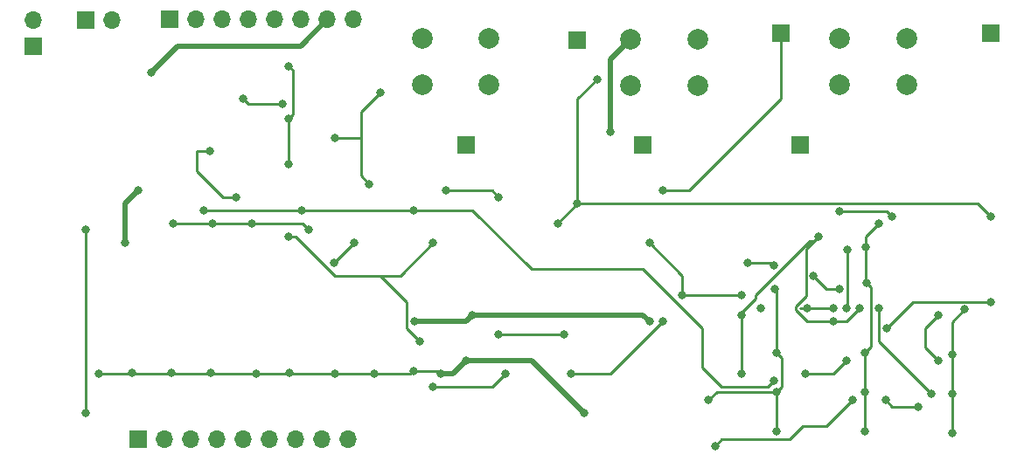
<source format=gbr>
G04 #@! TF.GenerationSoftware,KiCad,Pcbnew,(5.1.5)-3*
G04 #@! TF.CreationDate,2020-02-26T16:32:23+01:00*
G04 #@! TF.ProjectId,Testingboard,54657374-696e-4676-926f-6172642e6b69,rev?*
G04 #@! TF.SameCoordinates,Original*
G04 #@! TF.FileFunction,Copper,L2,Bot*
G04 #@! TF.FilePolarity,Positive*
%FSLAX46Y46*%
G04 Gerber Fmt 4.6, Leading zero omitted, Abs format (unit mm)*
G04 Created by KiCad (PCBNEW (5.1.5)-3) date 2020-02-26 16:32:23*
%MOMM*%
%LPD*%
G04 APERTURE LIST*
%ADD10R,1.700000X1.700000*%
%ADD11O,1.700000X1.700000*%
%ADD12C,2.000000*%
%ADD13C,0.800000*%
%ADD14C,0.250000*%
%ADD15C,0.500000*%
G04 APERTURE END LIST*
D10*
X103425001Y-40564999D03*
D11*
X105965001Y-40564999D03*
X108505001Y-40564999D03*
X111045001Y-40564999D03*
X113585001Y-40564999D03*
X116125001Y-40564999D03*
X118665001Y-40564999D03*
X121205001Y-40564999D03*
X90170000Y-40640000D03*
D10*
X90170000Y-43180000D03*
X95250000Y-40640000D03*
D11*
X97790000Y-40640000D03*
D10*
X100330000Y-81280000D03*
D11*
X102870000Y-81280000D03*
X105410000Y-81280000D03*
X107950000Y-81280000D03*
X110490000Y-81280000D03*
X113030000Y-81280000D03*
X115570000Y-81280000D03*
X118110000Y-81280000D03*
X120650000Y-81280000D03*
D12*
X127830001Y-46925001D03*
X127830001Y-42425001D03*
X134330001Y-46925001D03*
X134330001Y-42425001D03*
X154510001Y-42450001D03*
X154510001Y-46950001D03*
X148010001Y-42450001D03*
X148010001Y-46950001D03*
X168265001Y-46890001D03*
X168265001Y-42390001D03*
X174765001Y-46890001D03*
X174765001Y-42390001D03*
D10*
X149225000Y-52705000D03*
X164465000Y-52705000D03*
X142875000Y-42545000D03*
X162560000Y-41910000D03*
X132080000Y-52705000D03*
X182880000Y-41910000D03*
D13*
X179120002Y-76835000D03*
X179120002Y-80645000D03*
X179120002Y-73025000D03*
X107565001Y-60350003D03*
X103755001Y-60350003D03*
X111375001Y-60350003D03*
X162175003Y-76699999D03*
X162175003Y-80509999D03*
X162175003Y-72889999D03*
X170690003Y-76729999D03*
X170690003Y-80539999D03*
X170690003Y-72919999D03*
X170775003Y-62669999D03*
X114935000Y-50165000D03*
X114935000Y-54610000D03*
X114935000Y-45085000D03*
X155575000Y-77470000D03*
X161975002Y-66675000D03*
X101600000Y-45720000D03*
X116840000Y-60960000D03*
X95250000Y-78740000D03*
X95250000Y-60960000D03*
X172085000Y-60325000D03*
X146050000Y-51435000D03*
X149860000Y-69850000D03*
X132715000Y-69215000D03*
X127090010Y-69850000D03*
X180340000Y-68670010D03*
X170889255Y-66134981D03*
X96520000Y-74930000D03*
X123190000Y-74930000D03*
X119380000Y-74930000D03*
X114975336Y-74851903D03*
X111760000Y-74930000D03*
X107355336Y-74851903D03*
X103545336Y-74851903D03*
X99735336Y-74851903D03*
X167640000Y-69850000D03*
X166193141Y-61642182D03*
X170180000Y-68580000D03*
X158750000Y-74930000D03*
X158750000Y-69215000D03*
X126967458Y-74660958D03*
X99060000Y-62230000D03*
X100330000Y-57150000D03*
X132080000Y-73660000D03*
X143510000Y-78740000D03*
X129630010Y-74930000D03*
X119329998Y-64135000D03*
X121285000Y-62230000D03*
X168275000Y-66675000D03*
X165735000Y-65405000D03*
X159385000Y-64135000D03*
X161925000Y-64405000D03*
X110490000Y-48260000D03*
X114345341Y-48736214D03*
X119380000Y-52070000D03*
X123825000Y-47625000D03*
X122707500Y-56515000D03*
X130175000Y-57150000D03*
X135255000Y-57785000D03*
X140970000Y-60325000D03*
X142875000Y-58420000D03*
X144780000Y-46355000D03*
X182880000Y-59690000D03*
X141605000Y-71120000D03*
X135255000Y-71120000D03*
X168910000Y-73660000D03*
X164938924Y-74948514D03*
X116205000Y-59055000D03*
X106680000Y-59055000D03*
X127000000Y-59055000D03*
X161925000Y-75565000D03*
X182880000Y-67945000D03*
X172810010Y-70485000D03*
X109855000Y-57785000D03*
X107315000Y-53289998D03*
X114935000Y-61595000D03*
X128905000Y-62230000D03*
X135890000Y-74930000D03*
X128905000Y-76200000D03*
X127635000Y-71755000D03*
X149860000Y-62230000D03*
X153035000Y-67310000D03*
X151130000Y-69850000D03*
X142240000Y-74930000D03*
X151130000Y-57150000D03*
X177165000Y-76835000D03*
X172085000Y-68580000D03*
X167640000Y-68580000D03*
X165100000Y-68580000D03*
X160655000Y-68580000D03*
X158750000Y-67310000D03*
X169545000Y-77470000D03*
X156210000Y-81915000D03*
X172720000Y-77470000D03*
X175900012Y-78105000D03*
X177800000Y-69215000D03*
X177800000Y-73660000D03*
X173355000Y-59690000D03*
X168275000Y-59145010D03*
X169035033Y-62865000D03*
X168910000Y-68580000D03*
D14*
X179120002Y-76835000D02*
X179120002Y-80645000D01*
X179120002Y-73025000D02*
X179120002Y-76835000D01*
X107565001Y-60350003D02*
X103755001Y-60350003D01*
X111375001Y-60350003D02*
X107565001Y-60350003D01*
X162175003Y-76699999D02*
X162175003Y-80509999D01*
X170690003Y-76729999D02*
X170690003Y-80539999D01*
X170690003Y-72919999D02*
X170690003Y-76729999D01*
X114935000Y-50165000D02*
X114935000Y-54610000D01*
X115334999Y-49765001D02*
X115334999Y-45484999D01*
X114935000Y-50165000D02*
X115334999Y-49765001D01*
X115334999Y-45484999D02*
X114935000Y-45085000D01*
X156345001Y-76699999D02*
X162175003Y-76699999D01*
X155575000Y-77470000D02*
X156345001Y-76699999D01*
X162175003Y-72889999D02*
X162175003Y-68597564D01*
X162175003Y-68597564D02*
X162175003Y-66875001D01*
X162175003Y-66875001D02*
X161975002Y-66675000D01*
D15*
X101600000Y-45720000D02*
X104140000Y-43180000D01*
X116050000Y-43180000D02*
X118665001Y-40564999D01*
X104140000Y-43180000D02*
X116050000Y-43180000D01*
D14*
X111375001Y-60350003D02*
X116230003Y-60350003D01*
X116230003Y-60350003D02*
X116840000Y-60960000D01*
X95250000Y-78740000D02*
X95250000Y-60960000D01*
X170775003Y-61634997D02*
X170775003Y-62190003D01*
X172085000Y-60325000D02*
X170775003Y-61634997D01*
X170775003Y-62190003D02*
X170775003Y-62669999D01*
D15*
X146050000Y-44410002D02*
X148010001Y-42450001D01*
X146050000Y-51435000D02*
X146050000Y-44410002D01*
X149860000Y-69850000D02*
X149225000Y-69215000D01*
X149225000Y-69215000D02*
X132715000Y-69215000D01*
D14*
X162650002Y-73364998D02*
X162650002Y-76225000D01*
X162575002Y-76300000D02*
X162175003Y-76699999D01*
X162650002Y-76225000D02*
X162575002Y-76300000D01*
X162175003Y-72889999D02*
X162650002Y-73364998D01*
D15*
X132080000Y-69850000D02*
X127090010Y-69850000D01*
X132715000Y-69215000D02*
X132080000Y-69850000D01*
D14*
X179120002Y-73025000D02*
X179120002Y-69890008D01*
X179120002Y-69890008D02*
X180340000Y-68670010D01*
X171289254Y-66534980D02*
X170889255Y-66134981D01*
X171289254Y-72320748D02*
X171289254Y-66534980D01*
X170775003Y-66020729D02*
X170889255Y-66134981D01*
X170690003Y-72919999D02*
X171289254Y-72320748D01*
X170775003Y-62669999D02*
X170775003Y-66020729D01*
X119380000Y-74930000D02*
X123190000Y-74930000D01*
X96520000Y-74930000D02*
X119380000Y-74930000D01*
X168910000Y-69850000D02*
X170180000Y-68580000D01*
X167640000Y-69850000D02*
X168910000Y-69850000D01*
X165793142Y-62042181D02*
X166193141Y-61642182D01*
X123190000Y-74930000D02*
X126698416Y-74930000D01*
X126698416Y-74930000D02*
X126967458Y-74660958D01*
D15*
X99060000Y-62230000D02*
X99060000Y-58420000D01*
X99060000Y-58420000D02*
X100330000Y-57150000D01*
X132080000Y-73660000D02*
X138430000Y-73660000D01*
X138430000Y-73660000D02*
X143510000Y-78740000D01*
D14*
X129360968Y-74660958D02*
X129630010Y-74930000D01*
X126967458Y-74660958D02*
X129360968Y-74660958D01*
D15*
X130810000Y-74930000D02*
X129630010Y-74930000D01*
X132080000Y-73660000D02*
X130810000Y-74930000D01*
D14*
X165009998Y-67398591D02*
X165009998Y-62825325D01*
X165009998Y-62825325D02*
X165793142Y-62042181D01*
X164014989Y-68766400D02*
X164014989Y-68393600D01*
X165098589Y-69850000D02*
X164014989Y-68766400D01*
X167640000Y-69850000D02*
X165098589Y-69850000D01*
X164014989Y-68393600D02*
X165009998Y-67398591D01*
X158750000Y-74930000D02*
X158750000Y-69018002D01*
X160110001Y-67293003D02*
X165360823Y-62042181D01*
X160110001Y-67658001D02*
X160110001Y-67293003D01*
X165360823Y-62042181D02*
X165793142Y-62042181D01*
X158750000Y-69018002D02*
X160110001Y-67658001D01*
X119329998Y-64135000D02*
X121234998Y-62230000D01*
X121234998Y-62230000D02*
X121285000Y-62230000D01*
X167005000Y-66675000D02*
X165735000Y-65405000D01*
X168275000Y-66675000D02*
X167005000Y-66675000D01*
X161655000Y-64135000D02*
X161925000Y-64405000D01*
X159385000Y-64135000D02*
X161655000Y-64135000D01*
X110490000Y-48260000D02*
X110966214Y-48736214D01*
X110966214Y-48736214D02*
X114345341Y-48736214D01*
X119380000Y-52070000D02*
X121920000Y-52070000D01*
X121920000Y-52070000D02*
X121920000Y-49530000D01*
X121920000Y-49530000D02*
X123825000Y-47625000D01*
X121920000Y-52070000D02*
X121920000Y-55727500D01*
X121920000Y-55727500D02*
X122707500Y-56515000D01*
X130175000Y-57150000D02*
X134620000Y-57150000D01*
X134620000Y-57150000D02*
X135255000Y-57785000D01*
X140970000Y-60325000D02*
X142875000Y-58420000D01*
X142875000Y-58420000D02*
X142875000Y-48260000D01*
X142875000Y-48260000D02*
X144780000Y-46355000D01*
X181610000Y-58420000D02*
X182880000Y-59690000D01*
X142875000Y-58420000D02*
X181610000Y-58420000D01*
X141605000Y-71120000D02*
X135255000Y-71120000D01*
X168910000Y-73660000D02*
X167621486Y-74948514D01*
X167621486Y-74948514D02*
X164938924Y-74948514D01*
X116205000Y-59055000D02*
X106680000Y-59055000D01*
X116205000Y-59055000D02*
X127000000Y-59055000D01*
X156845000Y-76200000D02*
X161290000Y-76200000D01*
X154940000Y-70485000D02*
X154940000Y-74295000D01*
X161290000Y-76200000D02*
X161925000Y-75565000D01*
X132715000Y-59055000D02*
X138430000Y-64770000D01*
X154940000Y-74295000D02*
X156845000Y-76200000D01*
X127000000Y-59055000D02*
X132715000Y-59055000D01*
X138430000Y-64770000D02*
X149225000Y-64770000D01*
X149225000Y-64770000D02*
X154940000Y-70485000D01*
X173210009Y-70085001D02*
X172810010Y-70485000D01*
X175350010Y-67945000D02*
X173210009Y-70085001D01*
X182880000Y-67945000D02*
X175350010Y-67945000D01*
X109855000Y-57785000D02*
X108585000Y-57785000D01*
X108585000Y-57785000D02*
X106045000Y-55245000D01*
X106045000Y-55245000D02*
X106045000Y-53340000D01*
X107264998Y-53340000D02*
X107315000Y-53289998D01*
X106045000Y-53340000D02*
X107264998Y-53340000D01*
X114935000Y-61595000D02*
X115570000Y-61595000D01*
X115570000Y-61595000D02*
X119380000Y-65405000D01*
X125730000Y-65405000D02*
X128905000Y-62230000D01*
X135890000Y-74930000D02*
X134620000Y-76200000D01*
X134620000Y-76200000D02*
X128905000Y-76200000D01*
X127635000Y-71755000D02*
X126365000Y-70485000D01*
X126365000Y-67945000D02*
X123825000Y-65405000D01*
X126365000Y-70485000D02*
X126365000Y-67945000D01*
X123825000Y-65405000D02*
X125730000Y-65405000D01*
X119380000Y-65405000D02*
X123825000Y-65405000D01*
X149860000Y-62230000D02*
X153035000Y-65405000D01*
X153035000Y-65405000D02*
X153035000Y-67310000D01*
X151130000Y-69850000D02*
X146050000Y-74930000D01*
X146050000Y-74930000D02*
X142240000Y-74930000D01*
X151130000Y-57150000D02*
X153670000Y-57150000D01*
X162560000Y-48260000D02*
X162560000Y-41910000D01*
X153670000Y-57150000D02*
X162560000Y-48260000D01*
X177165000Y-76835000D02*
X172085000Y-71755000D01*
X172085000Y-71755000D02*
X172085000Y-68580000D01*
X167640000Y-68580000D02*
X164465000Y-68580000D01*
X164465000Y-68580000D02*
X165100000Y-68580000D01*
X158750000Y-67310000D02*
X153035000Y-67310000D01*
X169545000Y-77470000D02*
X167005000Y-80010000D01*
X164658322Y-80010000D02*
X163388322Y-81280000D01*
X167005000Y-80010000D02*
X164658322Y-80010000D01*
X163388322Y-81280000D02*
X156845000Y-81280000D01*
X156845000Y-81280000D02*
X156210000Y-81915000D01*
X173355000Y-78105000D02*
X175900012Y-78105000D01*
X172720000Y-77470000D02*
X173355000Y-78105000D01*
X177800000Y-69215000D02*
X176530000Y-70485000D01*
X176530000Y-72390000D02*
X177800000Y-73660000D01*
X176530000Y-70485000D02*
X176530000Y-72390000D01*
X173355000Y-59690000D02*
X172810010Y-59145010D01*
X172810010Y-59145010D02*
X168840685Y-59145010D01*
X168840685Y-59145010D02*
X168275000Y-59145010D01*
X169035033Y-62865000D02*
X169035033Y-68454967D01*
X169035033Y-68454967D02*
X168910000Y-68580000D01*
M02*

</source>
